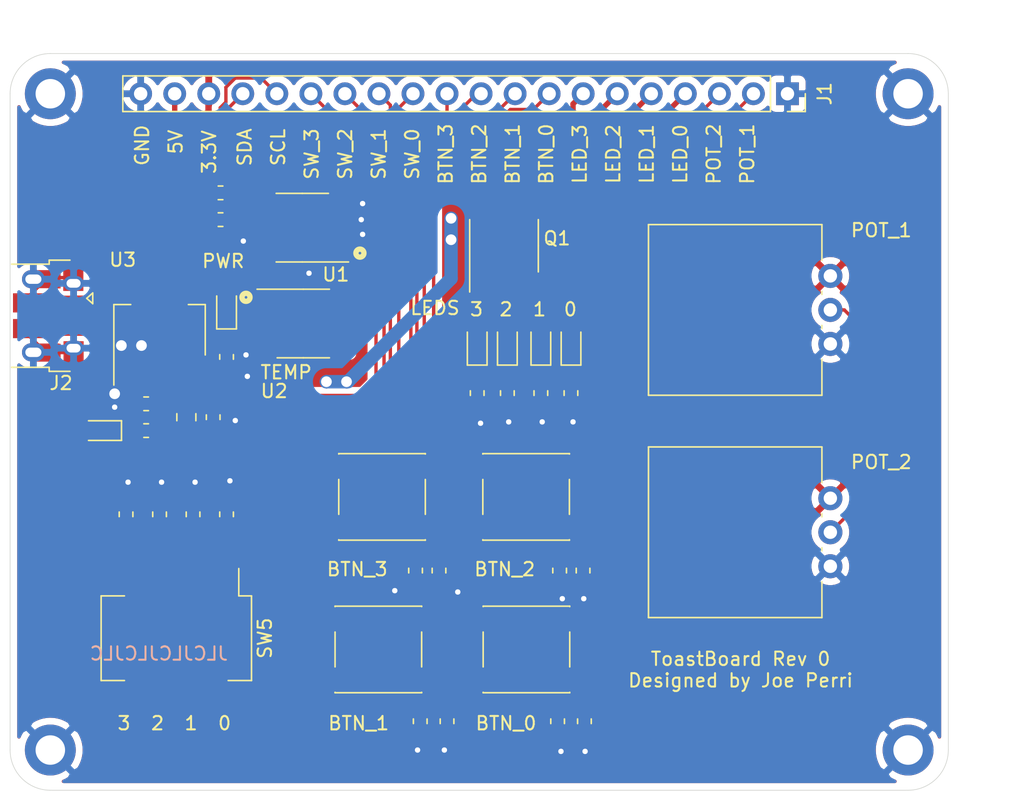
<source format=kicad_pcb>
(kicad_pcb (version 20171130) (host pcbnew 5.1.6-c6e7f7d~86~ubuntu18.04.1)
  (layers (0 F.Cu signal) (31 B.Cu signal) (34 B.Paste user) (35 F.Paste user) (36 B.SilkS user) (37 F.SilkS user) (38 B.Mask user) (39 F.Mask user) (44 Edge.Cuts user))
  (net 0 "")
  (net 1 GND)
  (net 2 +5V)
  (net 3 +3V3)
  (net 4 /BTN_0)
  (net 5 /BTN_1)
  (net 6 /BTN_2)
  (net 7 /BTN_3)
  (net 8 "Net-(D1-Pad1)")
  (net 9 "Net-(D1-Pad2)")
  (net 10 "Net-(D2-Pad1)")
  (net 11 "Net-(D2-Pad2)")
  (net 12 "Net-(D3-Pad1)")
  (net 13 "Net-(D3-Pad2)")
  (net 14 "Net-(D4-Pad1)")
  (net 15 /LED_1)
  (net 16 /LED_0)
  (net 17 "Net-(D5-Pad1)")
  (net 18 "Net-(D6-Pad1)")
  (net 19 "Net-(F1-Pad1)")
  (net 20 /SCL)
  (net 21 /SDA)
  (net 22 /LED_2)
  (net 23 /LED_3)
  (net 24 /SW_0)
  (net 25 /SW_1)
  (net 26 /SW_2)
  (net 27 /SW_3)
  (net 28 /POT_1)
  (net 29 /POT_2)
  (net 30 "Net-(J2-Pad2)")
  (net 31 "Net-(J2-Pad3)")
  (net 32 "Net-(J2-Pad4)")
  (net 33 "Net-(U2-Pad3)")
  (module Connector_PinSocket_2.54mm:PinSocket_1x20_P2.54mm_Vertical (layer F.Cu) (at 118 49 270)
    (fp_text reference J1 (at 0 -2.77 90) (layer F.SilkS))
    (fp_text value Conn_01x20_Female)
    (pad 1 thru_hole rect (at 0 0 270) (size 1.7 1.7) (drill 1) (layers *.Cu *.Mask) (net 1 GND))
    (pad 2 thru_hole oval (at 0 2.54 270) (size 1.7 1.7) (drill 1) (layers *.Cu *.Mask) (net 28 /POT_1))
    (pad 3 thru_hole oval (at 0 5.08 270) (size 1.7 1.7) (drill 1) (layers *.Cu *.Mask) (net 29 /POT_2))
    (pad 4 thru_hole oval (at 0 7.62 270) (size 1.7 1.7) (drill 1) (layers *.Cu *.Mask) (net 16 /LED_0))
    (pad 5 thru_hole oval (at 0 10.16 270) (size 1.7 1.7) (drill 1) (layers *.Cu *.Mask) (net 15 /LED_1))
    (pad 6 thru_hole oval (at 0 12.7 270) (size 1.7 1.7) (drill 1) (layers *.Cu *.Mask) (net 22 /LED_2))
    (pad 7 thru_hole oval (at 0 15.24 270) (size 1.7 1.7) (drill 1) (layers *.Cu *.Mask) (net 23 /LED_3))
    (pad 8 thru_hole oval (at 0 17.78 270) (size 1.7 1.7) (drill 1) (layers *.Cu *.Mask) (net 4 /BTN_0))
    (pad 9 thru_hole oval (at 0 20.32 270) (size 1.7 1.7) (drill 1) (layers *.Cu *.Mask) (net 5 /BTN_1))
    (pad 10 thru_hole oval (at 0 22.86 270) (size 1.7 1.7) (drill 1) (layers *.Cu *.Mask) (net 6 /BTN_2))
    (pad 11 thru_hole oval (at 0 25.4 270) (size 1.7 1.7) (drill 1) (layers *.Cu *.Mask) (net 7 /BTN_3))
    (pad 12 thru_hole oval (at 0 27.94 270) (size 1.7 1.7) (drill 1) (layers *.Cu *.Mask) (net 24 /SW_0))
    (pad 13 thru_hole oval (at 0 30.48 270) (size 1.7 1.7) (drill 1) (layers *.Cu *.Mask) (net 25 /SW_1))
    (pad 14 thru_hole oval (at 0 33.02 270) (size 1.7 1.7) (drill 1) (layers *.Cu *.Mask) (net 26 /SW_2))
    (pad 15 thru_hole oval (at 0 35.56 270) (size 1.7 1.7) (drill 1) (layers *.Cu *.Mask) (net 27 /SW_3))
    (pad 16 thru_hole oval (at 0 38.1 270) (size 1.7 1.7) (drill 1) (layers *.Cu *.Mask) (net 20 /SCL))
    (pad 17 thru_hole oval (at 0 40.64 270) (size 1.7 1.7) (drill 1) (layers *.Cu *.Mask) (net 21 /SDA))
    (pad 18 thru_hole oval (at 0 43.18 270) (size 1.7 1.7) (drill 1) (layers *.Cu *.Mask) (net 3 +3V3))
    (pad 19 thru_hole oval (at 0 45.72 270) (size 1.7 1.7) (drill 1) (layers *.Cu *.Mask) (net 2 +5V))
    (pad 20 thru_hole oval (at 0 48.26 270) (size 1.7 1.7) (drill 1) (layers *.Cu *.Mask) (net 1 GND))
  )
  (module Connector_USB:USB_Micro-B_Amphenol_10103594-0001LF_Horizontal (layer F.Cu) (at 62.85 65.6 270)
    (fp_text reference J2 (at 5 -0.95 180) (layer F.SilkS))
    (fp_text value USB_B_Micro)
    (pad 6 smd rect (at 0.935 1.385) (size 2.5 1.43) (layers F.Cu F.Paste F.Mask) (net 1 GND))
    (pad 6 smd rect (at -0.985 1.385) (size 2.5 1.43) (layers F.Cu F.Paste F.Mask) (net 1 GND))
    (pad 6 thru_hole oval (at 2.705 1.115) (size 1.7 1.35) (drill oval 1.2 0.7) (layers *.Cu *.Mask) (net 1 GND))
    (pad 6 thru_hole oval (at -2.755 1.115) (size 1.7 1.35) (drill oval 1.2 0.7) (layers *.Cu *.Mask) (net 1 GND))
    (pad 6 thru_hole oval (at 2.395 -1.885) (size 1.5 1.1) (drill oval 1.05 0.65) (layers *.Cu *.Mask) (net 1 GND))
    (pad 6 thru_hole oval (at -2.445 -1.885) (size 1.5 1.1) (drill oval 1.05 0.65) (layers *.Cu *.Mask) (net 1 GND))
    (pad 5 smd rect (at 1.275 -1.765) (size 1.65 0.4) (layers F.Cu F.Paste F.Mask) (net 1 GND))
    (pad 4 smd rect (at 0.625 -1.765) (size 1.65 0.4) (layers F.Cu F.Paste F.Mask) (net 32 "Net-(J2-Pad4)"))
    (pad 3 smd rect (at -0.025 -1.765) (size 1.65 0.4) (layers F.Cu F.Paste F.Mask) (net 31 "Net-(J2-Pad3)"))
    (pad 2 smd rect (at -0.675 -1.765) (size 1.65 0.4) (layers F.Cu F.Paste F.Mask) (net 30 "Net-(J2-Pad2)"))
    (pad 1 smd rect (at -1.325 -1.765) (size 1.65 0.4) (layers F.Cu F.Paste F.Mask) (net 11 "Net-(D2-Pad2)"))
    (pad 6 smd rect (at 2.875 -1.885 270) (size 2 1.5) (layers F.Cu F.Paste F.Mask) (net 1 GND))
    (pad 6 smd rect (at -2.875 -1.865 270) (size 2 1.5) (layers F.Cu F.Paste F.Mask) (net 1 GND))
    (pad 6 smd rect (at 2.975 -0.565 270) (size 1.825 0.7) (layers F.Cu F.Paste F.Mask) (net 1 GND))
    (pad 6 smd rect (at -2.975 -0.565 270) (size 1.825 0.7) (layers F.Cu F.Paste F.Mask) (net 1 GND))
    (pad 6 smd rect (at -2.755 0.185 270) (size 1.35 2) (layers F.Cu F.Paste F.Mask) (net 1 GND))
    (pad 6 smd rect (at 2.725 0.185 270) (size 1.35 2) (layers F.Cu F.Paste F.Mask) (net 1 GND))
  )
  (module Capacitor_SMD:C_0603_1608Metric_Pad1.05x0.95mm_HandSolder (layer F.Cu) (at 75.15 73.15 270)
    (fp_text reference C1)
    (fp_text value 10u)
    (pad 2 smd roundrect (at 0.875 0 270) (size 1.05 0.95) (layers F.Cu F.Paste F.Mask) (net 1 GND))
    (pad 1 smd roundrect (at -0.875 0 270) (size 1.05 0.95) (layers F.Cu F.Paste F.Mask) (net 2 +5V))
  )
  (module Capacitor_SMD:C_0603_1608Metric_Pad1.05x0.95mm_HandSolder (layer F.Cu) (at 70.15 72.15 180)
    (fp_text reference C2)
    (fp_text value 10u)
    (pad 1 smd roundrect (at -0.875 0 180) (size 1.05 0.95) (layers F.Cu F.Paste F.Mask) (net 3 +3V3))
    (pad 2 smd roundrect (at 0.875 0 180) (size 1.05 0.95) (layers F.Cu F.Paste F.Mask) (net 1 GND))
  )
  (module Capacitor_SMD:C_0603_1608Metric_Pad1.05x0.95mm_HandSolder (layer F.Cu) (at 102.85 95.85 270)
    (fp_text reference C3)
    (fp_text value 100n)
    (pad 2 smd roundrect (at 0.875 0 270) (size 1.05 0.95) (layers F.Cu F.Paste F.Mask) (net 1 GND))
    (pad 1 smd roundrect (at -0.875 0 270) (size 1.05 0.95) (layers F.Cu F.Paste F.Mask) (net 4 /BTN_0))
  )
  (module Capacitor_SMD:C_0603_1608Metric_Pad1.05x0.95mm_HandSolder (layer F.Cu) (at 92.6 95.85 270)
    (fp_text reference C4)
    (fp_text value 100n)
    (pad 1 smd roundrect (at -0.875 0 270) (size 1.05 0.95) (layers F.Cu F.Paste F.Mask) (net 5 /BTN_1))
    (pad 2 smd roundrect (at 0.875 0 270) (size 1.05 0.95) (layers F.Cu F.Paste F.Mask) (net 1 GND))
  )
  (module Capacitor_SMD:C_0603_1608Metric_Pad1.05x0.95mm_HandSolder (layer F.Cu) (at 102.75 84.6 270)
    (fp_text reference C5)
    (fp_text value 100n)
    (pad 1 smd roundrect (at -0.875 0 270) (size 1.05 0.95) (layers F.Cu F.Paste F.Mask) (net 6 /BTN_2))
    (pad 2 smd roundrect (at 0.875 0 270) (size 1.05 0.95) (layers F.Cu F.Paste F.Mask) (net 1 GND))
  )
  (module Capacitor_SMD:C_0603_1608Metric_Pad1.05x0.95mm_HandSolder (layer F.Cu) (at 92 84.6 270)
    (fp_text reference C6)
    (fp_text value 100n)
    (pad 2 smd roundrect (at 0.875 0 270) (size 1.05 0.95) (layers F.Cu F.Paste F.Mask) (net 1 GND))
    (pad 1 smd roundrect (at -0.875 0 270) (size 1.05 0.95) (layers F.Cu F.Paste F.Mask) (net 7 /BTN_3))
  )
  (module LED_SMD:LED_0603_1608Metric_Pad1.05x0.95mm_HandSolder (layer F.Cu) (at 94.85 67.6 90)
    (fp_text reference D1)
    (fp_text value LED)
    (pad 1 smd roundrect (at -0.875 0 90) (size 1.05 0.95) (layers F.Cu F.Paste F.Mask) (net 8 "Net-(D1-Pad1)"))
    (pad 2 smd roundrect (at 0.875 0 90) (size 1.05 0.95) (layers F.Cu F.Paste F.Mask) (net 9 "Net-(D1-Pad2)"))
  )
  (module Diode_SMD:D_0603_1608Metric_Pad1.05x0.95mm_HandSolder (layer F.Cu) (at 66.65 74.15 180)
    (fp_text reference D2)
    (fp_text value D_Schottky)
    (pad 1 smd roundrect (at -0.875 0 180) (size 1.05 0.95) (layers F.Cu F.Paste F.Mask) (net 10 "Net-(D2-Pad1)"))
    (pad 2 smd roundrect (at 0.875 0 180) (size 1.05 0.95) (layers F.Cu F.Paste F.Mask) (net 11 "Net-(D2-Pad2)"))
  )
  (module LED_SMD:LED_0603_1608Metric_Pad1.05x0.95mm_HandSolder (layer F.Cu) (at 97.1 67.6 90)
    (fp_text reference D3)
    (fp_text value LED)
    (pad 1 smd roundrect (at -0.875 0 90) (size 1.05 0.95) (layers F.Cu F.Paste F.Mask) (net 12 "Net-(D3-Pad1)"))
    (pad 2 smd roundrect (at 0.875 0 90) (size 1.05 0.95) (layers F.Cu F.Paste F.Mask) (net 13 "Net-(D3-Pad2)"))
  )
  (module LED_SMD:LED_0603_1608Metric_Pad1.05x0.95mm_HandSolder (layer F.Cu) (at 99.6 67.6 90)
    (fp_text reference D4)
    (fp_text value LED)
    (pad 1 smd roundrect (at -0.875 0 90) (size 1.05 0.95) (layers F.Cu F.Paste F.Mask) (net 14 "Net-(D4-Pad1)"))
    (pad 2 smd roundrect (at 0.875 0 90) (size 1.05 0.95) (layers F.Cu F.Paste F.Mask) (net 15 /LED_1))
  )
  (module LED_SMD:LED_0603_1608Metric_Pad1.05x0.95mm_HandSolder (layer F.Cu) (at 101.85 67.6 90)
    (fp_text reference D5)
    (fp_text value LED)
    (pad 2 smd roundrect (at 0.875 0 90) (size 1.05 0.95) (layers F.Cu F.Paste F.Mask) (net 16 /LED_0))
    (pad 1 smd roundrect (at -0.875 0 90) (size 1.05 0.95) (layers F.Cu F.Paste F.Mask) (net 17 "Net-(D5-Pad1)"))
  )
  (module LED_SMD:LED_0603_1608Metric_Pad1.05x0.95mm_HandSolder (layer F.Cu) (at 76.15 64.9 90)
    (fp_text reference D6)
    (fp_text value LED)
    (pad 2 smd roundrect (at 0.875 0 90) (size 1.05 0.95) (layers F.Cu F.Paste F.Mask) (net 3 +3V3))
    (pad 1 smd roundrect (at -0.875 0 90) (size 1.05 0.95) (layers F.Cu F.Paste F.Mask) (net 18 "Net-(D6-Pad1)"))
  )
  (module Fuse:Fuse_0603_1608Metric_Pad1.05x0.95mm_HandSolder (layer F.Cu) (at 70.15 74.15 180)
    (fp_text reference F1)
    (fp_text value 1A)
    (pad 1 smd roundrect (at -0.875 0 180) (size 1.05 0.95) (layers F.Cu F.Paste F.Mask) (net 19 "Net-(F1-Pad1)"))
    (pad 2 smd roundrect (at 0.875 0 180) (size 1.05 0.95) (layers F.Cu F.Paste F.Mask) (net 10 "Net-(D2-Pad1)"))
  )
  (module Inductor_SMD:L_0805_2012Metric_Pad1.15x1.40mm_HandSolder (layer F.Cu) (at 73.15 73.15 270)
    (fp_text reference FB1)
    (fp_text value Ferrite_Bead)
    (pad 1 smd roundrect (at -1.025 0 270) (size 1.15 1.4) (layers F.Cu F.Paste F.Mask) (roundrect_rratio 0.217391) (net 2 +5V))
    (pad 2 smd roundrect (at 1.025 0 270) (size 1.15 1.4) (layers F.Cu F.Paste F.Mask) (roundrect_rratio 0.217391) (net 19 "Net-(F1-Pad1)"))
  )
  (module MountingHole:MountingHole_2.2mm_M2_DIN965_Pad (layer F.Cu) (at 63 49)
    (fp_text reference H1)
    (fp_text value Pad)
    (pad 1 thru_hole circle (at 0 0) (size 3.8 3.8) (drill 2.2) (layers *.Cu *.Mask) (net 1 GND))
  )
  (module MountingHole:MountingHole_2.2mm_M2_DIN965_Pad (layer F.Cu) (at 127 98)
    (fp_text reference H2)
    (fp_text value Pad)
    (pad 1 thru_hole circle (at 0 0) (size 3.8 3.8) (drill 2.2) (layers *.Cu *.Mask) (net 1 GND))
  )
  (module MountingHole:MountingHole_2.2mm_M2_DIN965_Pad (layer F.Cu) (at 127 49)
    (fp_text reference H3)
    (fp_text value Pad)
    (pad 1 thru_hole circle (at 0 0) (size 3.8 3.8) (drill 2.2) (layers *.Cu *.Mask) (net 1 GND))
  )
  (module MountingHole:MountingHole_2.2mm_M2_DIN965_Pad (layer F.Cu) (at 63 98)
    (fp_text reference H4)
    (fp_text value Pad)
    (pad 1 thru_hole circle (at 0 0) (size 3.8 3.8) (drill 2.2) (layers *.Cu *.Mask) (net 1 GND))
  )
  (module Package_SO:SOIC-8_3.9x4.9mm_P1.27mm (layer F.Cu) (at 96.85 60.35 90)
    (fp_text reference Q1 (at 0.55 3.95 180) (layer F.SilkS))
    (fp_text value FDS6892A)
    (pad 1 smd roundrect (at -2.475 -1.905 90) (size 1.95 0.6) (layers F.Cu F.Paste F.Mask) (net 9 "Net-(D1-Pad2)"))
    (pad 2 smd roundrect (at -2.475 -0.635 90) (size 1.95 0.6) (layers F.Cu F.Paste F.Mask) (net 23 /LED_3))
    (pad 3 smd roundrect (at -2.475 0.635 90) (size 1.95 0.6) (layers F.Cu F.Paste F.Mask) (net 13 "Net-(D3-Pad2)"))
    (pad 4 smd roundrect (at -2.475 1.905 90) (size 1.95 0.6) (layers F.Cu F.Paste F.Mask) (net 22 /LED_2))
    (pad 5 smd roundrect (at 2.475 1.905 90) (size 1.95 0.6) (layers F.Cu F.Paste F.Mask) (net 3 +3V3))
    (pad 6 smd roundrect (at 2.475 0.635 90) (size 1.95 0.6) (layers F.Cu F.Paste F.Mask) (net 3 +3V3))
    (pad 7 smd roundrect (at 2.475 -0.635 90) (size 1.95 0.6) (layers F.Cu F.Paste F.Mask) (net 3 +3V3))
    (pad 8 smd roundrect (at 2.475 -1.905 90) (size 1.95 0.6) (layers F.Cu F.Paste F.Mask) (net 3 +3V3))
  )
  (module Resistor_SMD:R_0603_1608Metric_Pad1.05x0.95mm_HandSolder (layer F.Cu) (at 94.85 71.35 270)
    (fp_text reference R1)
    (fp_text value 220)
    (pad 1 smd roundrect (at -0.875 0 270) (size 1.05 0.95) (layers F.Cu F.Paste F.Mask) (net 8 "Net-(D1-Pad1)"))
    (pad 2 smd roundrect (at 0.875 0 270) (size 1.05 0.95) (layers F.Cu F.Paste F.Mask) (net 1 GND))
  )
  (module Resistor_SMD:R_0603_1608Metric_Pad1.05x0.95mm_HandSolder (layer F.Cu) (at 97.1 71.35 270)
    (fp_text reference R2)
    (fp_text value 220)
    (pad 1 smd roundrect (at -0.875 0 270) (size 1.05 0.95) (layers F.Cu F.Paste F.Mask) (net 12 "Net-(D3-Pad1)"))
    (pad 2 smd roundrect (at 0.875 0 270) (size 1.05 0.95) (layers F.Cu F.Paste F.Mask) (net 1 GND))
  )
  (module Resistor_SMD:R_0603_1608Metric_Pad1.05x0.95mm_HandSolder (layer F.Cu) (at 99.6 71.35 270)
    (fp_text reference R3)
    (fp_text value 220)
    (pad 1 smd roundrect (at -0.875 0 270) (size 1.05 0.95) (layers F.Cu F.Paste F.Mask) (net 14 "Net-(D4-Pad1)"))
    (pad 2 smd roundrect (at 0.875 0 270) (size 1.05 0.95) (layers F.Cu F.Paste F.Mask) (net 1 GND))
  )
  (module Resistor_SMD:R_0603_1608Metric_Pad1.05x0.95mm_HandSolder (layer F.Cu) (at 101.844999 71.35 270)
    (fp_text reference R4)
    (fp_text value 220)
    (pad 2 smd roundrect (at 0.875 0 270) (size 1.05 0.95) (layers F.Cu F.Paste F.Mask) (net 1 GND))
    (pad 1 smd roundrect (at -0.875 0 270) (size 1.05 0.95) (layers F.Cu F.Paste F.Mask) (net 17 "Net-(D5-Pad1)"))
  )
  (module Resistor_SMD:R_0603_1608Metric_Pad1.05x0.95mm_HandSolder (layer F.Cu) (at 75.7 58.4)
    (fp_text reference R5)
    (fp_text value 10k)
    (pad 1 smd roundrect (at -0.875 0) (size 1.05 0.95) (layers F.Cu F.Paste F.Mask) (net 3 +3V3))
    (pad 2 smd roundrect (at 0.875 0) (size 1.05 0.95) (layers F.Cu F.Paste F.Mask) (net 20 /SCL))
  )
  (module Resistor_SMD:R_0603_1608Metric_Pad1.05x0.95mm_HandSolder (layer F.Cu) (at 75.7 56.4)
    (fp_text reference R6)
    (fp_text value 10k)
    (pad 2 smd roundrect (at 0.875 0) (size 1.05 0.95) (layers F.Cu F.Paste F.Mask) (net 21 /SDA))
    (pad 1 smd roundrect (at -0.875 0) (size 1.05 0.95) (layers F.Cu F.Paste F.Mask) (net 3 +3V3))
  )
  (module Resistor_SMD:R_0603_1608Metric_Pad1.05x0.95mm_HandSolder (layer F.Cu) (at 76.15 68.65 270)
    (fp_text reference R7)
    (fp_text value 220)
    (pad 1 smd roundrect (at -0.875 0 270) (size 1.05 0.95) (layers F.Cu F.Paste F.Mask) (net 18 "Net-(D6-Pad1)"))
    (pad 2 smd roundrect (at 0.875 0 270) (size 1.05 0.95) (layers F.Cu F.Paste F.Mask) (net 1 GND))
  )
  (module Resistor_SMD:R_0603_1608Metric_Pad1.05x0.95mm_HandSolder (layer F.Cu) (at 100.85 95.85 270)
    (fp_text reference R8)
    (fp_text value 10k)
    (pad 2 smd roundrect (at 0.875 0 270) (size 1.05 0.95) (layers F.Cu F.Paste F.Mask) (net 1 GND))
    (pad 1 smd roundrect (at -0.875 0 270) (size 1.05 0.95) (layers F.Cu F.Paste F.Mask) (net 4 /BTN_0))
  )
  (module Resistor_SMD:R_0603_1608Metric_Pad1.05x0.95mm_HandSolder (layer F.Cu) (at 90.6 95.85 270)
    (fp_text reference R9)
    (fp_text value 10k)
    (pad 1 smd roundrect (at -0.875 0 270) (size 1.05 0.95) (layers F.Cu F.Paste F.Mask) (net 5 /BTN_1))
    (pad 2 smd roundrect (at 0.875 0 270) (size 1.05 0.95) (layers F.Cu F.Paste F.Mask) (net 1 GND))
  )
  (module Resistor_SMD:R_0603_1608Metric_Pad1.05x0.95mm_HandSolder (layer F.Cu) (at 101 84.6 270)
    (fp_text reference R10)
    (fp_text value 10k)
    (pad 2 smd roundrect (at 0.875 0 270) (size 1.05 0.95) (layers F.Cu F.Paste F.Mask) (net 1 GND))
    (pad 1 smd roundrect (at -0.875 0 270) (size 1.05 0.95) (layers F.Cu F.Paste F.Mask) (net 6 /BTN_2))
  )
  (module Resistor_SMD:R_0603_1608Metric_Pad1.05x0.95mm_HandSolder (layer F.Cu) (at 76.15 80.4 90)
    (fp_text reference R11)
    (fp_text value 10K)
    (pad 2 smd roundrect (at 0.875 0 90) (size 1.05 0.95) (layers F.Cu F.Paste F.Mask) (net 1 GND))
    (pad 1 smd roundrect (at -0.875 0 90) (size 1.05 0.95) (layers F.Cu F.Paste F.Mask) (net 24 /SW_0))
  )
  (module Resistor_SMD:R_0603_1608Metric_Pad1.05x0.95mm_HandSolder (layer F.Cu) (at 73.65 80.4 90)
    (fp_text reference R12)
    (fp_text value 10K)
    (pad 2 smd roundrect (at 0.875 0 90) (size 1.05 0.95) (layers F.Cu F.Paste F.Mask) (net 1 GND))
    (pad 1 smd roundrect (at -0.875 0 90) (size 1.05 0.95) (layers F.Cu F.Paste F.Mask) (net 25 /SW_1))
  )
  (module Resistor_SMD:R_0603_1608Metric_Pad1.05x0.95mm_HandSolder (layer F.Cu) (at 71.15 80.4 90)
    (fp_text reference R13)
    (fp_text value 10K)
    (pad 1 smd roundrect (at -0.875 0 90) (size 1.05 0.95) (layers F.Cu F.Paste F.Mask) (net 26 /SW_2))
    (pad 2 smd roundrect (at 0.875 0 90) (size 1.05 0.95) (layers F.Cu F.Paste F.Mask) (net 1 GND))
  )
  (module Resistor_SMD:R_0603_1608Metric_Pad1.05x0.95mm_HandSolder (layer F.Cu) (at 90.25 84.6 270)
    (fp_text reference R14)
    (fp_text value 10k)
    (pad 1 smd roundrect (at -0.875 0 270) (size 1.05 0.95) (layers F.Cu F.Paste F.Mask) (net 7 /BTN_3))
    (pad 2 smd roundrect (at 0.875 0 270) (size 1.05 0.95) (layers F.Cu F.Paste F.Mask) (net 1 GND))
  )
  (module Resistor_SMD:R_0603_1608Metric_Pad1.05x0.95mm_HandSolder (layer F.Cu) (at 68.65 80.4 90)
    (fp_text reference R15)
    (fp_text value 10K)
    (pad 2 smd roundrect (at 0.875 0 90) (size 1.05 0.95) (layers F.Cu F.Paste F.Mask) (net 1 GND))
    (pad 1 smd roundrect (at -0.875 0 90) (size 1.05 0.95) (layers F.Cu F.Paste F.Mask) (net 27 /SW_3))
  )
  (module Potentiometer_THT:Potentiometer_Vishay_248GJ-249GJ_Single_Vertical (layer F.Cu) (at 121.2 62.6 180)
    (fp_text reference RV1)
    (fp_text value R_POT)
    (pad 1 thru_hole circle (at 0 0 180) (size 1.8 1.8) (drill 1) (layers *.Cu *.Mask) (net 3 +3V3))
    (pad 2 thru_hole circle (at 0 -2.54 180) (size 1.8 1.8) (drill 1) (layers *.Cu *.Mask) (net 28 /POT_1))
    (pad 3 thru_hole circle (at 0 -5.08 180) (size 1.8 1.8) (drill 1) (layers *.Cu *.Mask) (net 1 GND))
  )
  (module Potentiometer_THT:Potentiometer_Vishay_248GJ-249GJ_Single_Vertical (layer F.Cu) (at 121.2 79.2 180)
    (fp_text reference RV2)
    (fp_text value R_POT)
    (pad 3 thru_hole circle (at 0 -5.08 180) (size 1.8 1.8) (drill 1) (layers *.Cu *.Mask) (net 1 GND))
    (pad 2 thru_hole circle (at 0 -2.54 180) (size 1.8 1.8) (drill 1) (layers *.Cu *.Mask) (net 29 /POT_2))
    (pad 1 thru_hole circle (at 0 0 180) (size 1.8 1.8) (drill 1) (layers *.Cu *.Mask) (net 3 +3V3))
  )
  (module Button_Switch_SMD:SW_Push_1P1T_NO_6x6mm_H9.5mm (layer F.Cu) (at 98.525001 90.490001)
    (fp_text reference BTN_0 (at -1.525001 5.509999) (layer F.SilkS))
    (fp_text value SW_Push)
    (pad 2 smd rect (at -3.975 2.25) (size 1.55 1.3) (layers F.Cu F.Paste F.Mask) (net 4 /BTN_0))
    (pad 1 smd rect (at -3.975 -2.25) (size 1.55 1.3) (layers F.Cu F.Paste F.Mask) (net 3 +3V3))
    (pad 1 smd rect (at 3.975 -2.25) (size 1.55 1.3) (layers F.Cu F.Paste F.Mask) (net 3 +3V3))
    (pad 2 smd rect (at 3.975 2.25) (size 1.55 1.3) (layers F.Cu F.Paste F.Mask) (net 4 /BTN_0))
  )
  (module Button_Switch_SMD:SW_Push_1P1T_NO_6x6mm_H9.5mm (layer F.Cu) (at 87.475001 90.490001)
    (fp_text reference BTN_1 (at -1.475001 5.509999) (layer F.SilkS))
    (fp_text value SW_Push)
    (pad 2 smd rect (at 3.975 2.25) (size 1.55 1.3) (layers F.Cu F.Paste F.Mask) (net 5 /BTN_1))
    (pad 1 smd rect (at 3.975 -2.25) (size 1.55 1.3) (layers F.Cu F.Paste F.Mask) (net 3 +3V3))
    (pad 1 smd rect (at -3.975 -2.25) (size 1.55 1.3) (layers F.Cu F.Paste F.Mask) (net 3 +3V3))
    (pad 2 smd rect (at -3.975 2.25) (size 1.55 1.3) (layers F.Cu F.Paste F.Mask) (net 5 /BTN_1))
  )
  (module Button_Switch_SMD:SW_Push_1P1T_NO_6x6mm_H9.5mm (layer F.Cu) (at 98.5 79.1)
    (fp_text reference BTN_2 (at -1.6 5.4) (layer F.SilkS))
    (fp_text value SW_Push)
    (pad 2 smd rect (at -3.975 2.25) (size 1.55 1.3) (layers F.Cu F.Paste F.Mask) (net 6 /BTN_2))
    (pad 1 smd rect (at -3.975 -2.25) (size 1.55 1.3) (layers F.Cu F.Paste F.Mask) (net 3 +3V3))
    (pad 1 smd rect (at 3.975 -2.25) (size 1.55 1.3) (layers F.Cu F.Paste F.Mask) (net 3 +3V3))
    (pad 2 smd rect (at 3.975 2.25) (size 1.55 1.3) (layers F.Cu F.Paste F.Mask) (net 6 /BTN_2))
  )
  (module Button_Switch_SMD:SW_Push_1P1T_NO_6x6mm_H9.5mm (layer F.Cu) (at 87.75 79.1)
    (fp_text reference BTN_3 (at -1.85 5.4) (layer F.SilkS))
    (fp_text value SW_Push)
    (pad 2 smd rect (at 3.975 2.25) (size 1.55 1.3) (layers F.Cu F.Paste F.Mask) (net 7 /BTN_3))
    (pad 1 smd rect (at 3.975 -2.25) (size 1.55 1.3) (layers F.Cu F.Paste F.Mask) (net 3 +3V3))
    (pad 1 smd rect (at -3.975 -2.25) (size 1.55 1.3) (layers F.Cu F.Paste F.Mask) (net 3 +3V3))
    (pad 2 smd rect (at -3.975 2.25) (size 1.55 1.3) (layers F.Cu F.Paste F.Mask) (net 7 /BTN_3))
  )
  (module Button_Switch_SMD:SW_DIP_SPSTx04_Slide_Omron_A6S-410x_W8.9mm_P2.54mm (layer F.Cu) (at 72.4 89.65 270)
    (fp_text reference SW5 (at 0 -6.61 90) (layer F.SilkS))
    (fp_text value SW_DIP_x04)
    (pad 1 smd rect (at -4.45 -3.81 270) (size 1.5 1.1) (layers F.Cu F.Paste F.Mask) (net 24 /SW_0))
    (pad 5 smd rect (at 4.45 3.81 270) (size 1.5 1.1) (layers F.Cu F.Paste F.Mask) (net 3 +3V3))
    (pad 2 smd rect (at -4.45 -1.27 270) (size 1.5 1.1) (layers F.Cu F.Paste F.Mask) (net 25 /SW_1))
    (pad 6 smd rect (at 4.45 1.27 270) (size 1.5 1.1) (layers F.Cu F.Paste F.Mask) (net 3 +3V3))
    (pad 3 smd rect (at -4.45 1.27 270) (size 1.5 1.1) (layers F.Cu F.Paste F.Mask) (net 26 /SW_2))
    (pad 7 smd rect (at 4.45 -1.27 270) (size 1.5 1.1) (layers F.Cu F.Paste F.Mask) (net 3 +3V3))
    (pad 4 smd rect (at -4.45 3.81 270) (size 1.5 1.1) (layers F.Cu F.Paste F.Mask) (net 27 /SW_3))
    (pad 8 smd rect (at 4.45 -3.81 270) (size 1.5 1.1) (layers F.Cu F.Paste F.Mask) (net 3 +3V3))
  )
  (module Package_SO:SO-8_3.9x4.9mm_P1.27mm (layer F.Cu) (at 81.8 59 180)
    (fp_text reference U1 (at -2.5 -3.5) (layer F.SilkS))
    (fp_text value 24LC01)
    (pad 8 smd roundrect (at 2.575 -1.905 180) (size 1.75 0.6) (layers F.Cu F.Paste F.Mask) (net 3 +3V3))
    (pad 7 smd roundrect (at 2.575 -0.635 180) (size 1.75 0.6) (layers F.Cu F.Paste F.Mask) (net 1 GND))
    (pad 6 smd roundrect (at 2.575 0.635 180) (size 1.75 0.6) (layers F.Cu F.Paste F.Mask) (net 20 /SCL))
    (pad 5 smd roundrect (at 2.575 1.905 180) (size 1.75 0.6) (layers F.Cu F.Paste F.Mask) (net 21 /SDA))
    (pad 4 smd roundrect (at -2.575 1.905 180) (size 1.75 0.6) (layers F.Cu F.Paste F.Mask) (net 1 GND))
    (pad 3 smd roundrect (at -2.575 0.635 180) (size 1.75 0.6) (layers F.Cu F.Paste F.Mask) (net 1 GND))
    (pad 2 smd roundrect (at -2.575 -0.635 180) (size 1.75 0.6) (layers F.Cu F.Paste F.Mask) (net 1 GND))
    (pad 1 smd roundrect (at -2.575 -1.905 180) (size 1.75 0.6) (layers F.Cu F.Paste F.Mask) (net 1 GND))
  )
  (module Package_SO:SO-8_3.9x4.9mm_P1.27mm (layer F.Cu) (at 81.875 66.155)
    (fp_text reference U2 (at -2.175 5.045) (layer F.SilkS))
    (fp_text value PCT2075D)
    (pad 1 smd roundrect (at -2.575 -1.905) (size 1.75 0.6) (layers F.Cu F.Paste F.Mask) (net 21 /SDA))
    (pad 2 smd roundrect (at -2.575 -0.635) (size 1.75 0.6) (layers F.Cu F.Paste F.Mask) (net 20 /SCL))
    (pad 3 smd roundrect (at -2.575 0.635) (size 1.75 0.6) (layers F.Cu F.Paste F.Mask) (net 33 "Net-(U2-Pad3)"))
    (pad 4 smd roundrect (at -2.575 1.905) (size 1.75 0.6) (layers F.Cu F.Paste F.Mask) (net 1 GND))
    (pad 5 smd roundrect (at 2.575 1.905) (size 1.75 0.6) (layers F.Cu F.Paste F.Mask) (net 3 +3V3))
    (pad 6 smd roundrect (at 2.575 0.635) (size 1.75 0.6) (layers F.Cu F.Paste F.Mask) (net 3 +3V3))
    (pad 7 smd roundrect (at 2.575 -0.635) (size 1.75 0.6) (layers F.Cu F.Paste F.Mask) (net 3 +3V3))
    (pad 8 smd roundrect (at 2.575 -1.905) (size 1.75 0.6) (layers F.Cu F.Paste F.Mask) (net 3 +3V3))
  )
  (module Package_TO_SOT_SMD:SOT-223-3_TabPin2 (layer F.Cu) (at 71.15 66.65 90)
    (fp_text reference U3 (at 5.25 -2.75 180) (layer F.SilkS))
    (fp_text value AMS1117-3.3)
    (pad 2 smd rect (at 3.15 0 90) (size 2 3.8) (layers F.Cu F.Paste F.Mask) (net 3 +3V3))
    (pad 2 smd rect (at -3.15 0 90) (size 2 1.5) (layers F.Cu F.Paste F.Mask) (net 3 +3V3))
    (pad 3 smd rect (at -3.15 2.3 90) (size 2 1.5) (layers F.Cu F.Paste F.Mask) (net 2 +5V))
    (pad 1 smd rect (at -3.15 -2.3 90) (size 2 1.5) (layers F.Cu F.Paste F.Mask) (net 1 GND))
  )
  (gr_text "JLCJLCJLCJLC\n" (at 71.1 90.8) (layer B.SilkS) (effects (font (size 1 1)) (justify mirror)))
  (gr_circle (center 86.1 60.9) (end 86.2 60.9) (layer F.SilkS) (width 0.4))
  (gr_circle (center 77.6 64.2) (end 77.7 64.2) (layer F.SilkS) (width 0.4))
  (gr_text "POT_1\n\n" (at 125 60) (layer F.SilkS) (effects (font (size 1 1))))
  (gr_text "ToastBoard Rev 0\nDesigned by Joe Perri" (at 114.5 92) (layer F.SilkS) (effects (font (size 1 1))))
  (gr_arc (start 63 49) (end 63 46) (angle -90) (layer Edge.Cuts) (width 0.05))
  (gr_arc (start 63 98) (end 60 98) (angle -90) (layer Edge.Cuts) (width 0.05))
  (gr_arc (start 127 98) (end 127 101) (angle -90) (layer Edge.Cuts) (width 0.05))
  (gr_arc (start 127 49) (end 130 49) (angle -90) (layer Edge.Cuts) (width 0.05))
  (gr_text 2 (at 71 96) (layer F.SilkS) (effects (font (size 1 1))))
  (gr_text 3 (at 68.5 96) (layer F.SilkS) (effects (font (size 1 1))))
  (gr_text 1 (at 73.5 96) (layer F.SilkS) (effects (font (size 1 1))))
  (gr_text "0\n" (at 76 96) (layer F.SilkS) (effects (font (size 1 1))))
  (gr_text TEMP (at 80.6 69.8) (layer F.SilkS) (effects (font (size 1 1))))
  (gr_text "POT_2\n" (at 125 76.5) (layer F.SilkS) (effects (font (size 1 1))))
  (gr_text LEDS (at 91.7 65) (layer F.SilkS) (effects (font (size 1 1))))
  (gr_text 3 (at 94.8 65.1) (layer F.SilkS) (effects (font (size 1 1))))
  (gr_text 2 (at 97 65.1) (layer F.SilkS) (effects (font (size 1 1))))
  (gr_text 1 (at 99.5 65.1) (layer F.SilkS) (effects (font (size 1 1))))
  (gr_text "0\n" (at 101.8 65.1) (layer F.SilkS) (effects (font (size 1 1))))
  (gr_text POT_1 (at 115 53.5 90) (layer F.SilkS) (effects (font (size 1 1))))
  (gr_text POT_2 (at 112.5 53.5 90) (layer F.SilkS) (effects (font (size 1 1))))
  (gr_text LED_0 (at 110 53.5 90) (layer F.SilkS) (effects (font (size 1 1))))
  (gr_text LED_1 (at 107.5 53.5 90) (layer F.SilkS) (effects (font (size 1 1))))
  (gr_text "LED_2\n" (at 105 53.5 90) (layer F.SilkS) (effects (font (size 1 1))))
  (gr_text "LED_3\n" (at 102.5 53.5 90) (layer F.SilkS) (effects (font (size 1 1))))
  (gr_text "BTN_0\n" (at 100 53.5 90) (layer F.SilkS) (effects (font (size 1 1))))
  (gr_text "BTN_1\n" (at 97.5 53.5 90) (layer F.SilkS) (effects (font (size 1 1))))
  (gr_text "BTN_2\n" (at 95 53.5 90) (layer F.SilkS) (effects (font (size 1 1))))
  (gr_text "BTN_3\n" (at 92.5 53.5 90) (layer F.SilkS) (effects (font (size 1 1))))
  (gr_text "SW_0\n" (at 90 53.5 90) (layer F.SilkS) (effects (font (size 1 1))))
  (gr_text "SW_1\n" (at 87.5 53.5 90) (layer F.SilkS) (effects (font (size 1 1))))
  (gr_text "SW_2\n" (at 85 53.5 90) (layer F.SilkS) (effects (font (size 1 1))))
  (gr_text "SW_3\n" (at 82.5 53.5 90) (layer F.SilkS) (effects (font (size 1 1))))
  (gr_text "SCL\n" (at 80 53 90) (layer F.SilkS) (effects (font (size 1 1))))
  (gr_text "SDA\n" (at 77.5 53 90) (layer F.SilkS) (effects (font (size 1 1))))
  (gr_line (start 60 98) (end 60 69.4) (layer Edge.Cuts) (width 0.05))
  (gr_line (start 127 101) (end 63 101) (layer Edge.Cuts) (width 0.05))
  (gr_line (start 130 49) (end 130 98) (layer Edge.Cuts) (width 0.05))
  (gr_line (start 63 46) (end 127 46) (layer Edge.Cuts) (width 0.05))
  (gr_line (start 60 69.4) (end 60 49) (layer Edge.Cuts) (width 0.05))
  (gr_text 3.3V (at 74.85 53.35 90) (layer F.SilkS) (effects (font (size 1 1))))
  (gr_text "5V\n" (at 72.35 52.6 90) (layer F.SilkS) (effects (font (size 1 1))))
  (gr_text "GND\n" (at 69.85 52.85 90) (layer F.SilkS) (effects (font (size 1 1))))
  (gr_text "PWR\n\n" (at 75.9 62.3) (layer F.SilkS) (effects (font (size 1 1))))
  (via (at 77.4 60) (size 0.8) (drill 0.4) (layers F.Cu B.Cu) (net 1))
  (segment (start 79.225 59.635) (end 77.765 59.635) (width 0.25) (layer F.Cu) (net 1))
  (segment (start 77.765 59.635) (end 77.4 60) (width 0.25) (layer F.Cu) (net 1))
  (via (at 76.4 77.9) (size 0.8) (drill 0.4) (layers F.Cu B.Cu) (net 1))
  (segment (start 76.15 79.525) (end 76.15 78.15) (width 0.25) (layer F.Cu) (net 1))
  (segment (start 76.15 78.15) (end 76.4 77.9) (width 0.25) (layer F.Cu) (net 1))
  (via (at 73.8 78) (size 0.8) (drill 0.4) (layers F.Cu B.Cu) (net 1))
  (segment (start 73.65 79.525) (end 73.65 78.15) (width 0.25) (layer F.Cu) (net 1))
  (segment (start 73.65 78.15) (end 73.8 78) (width 0.25) (layer F.Cu) (net 1))
  (via (at 71.3 78) (size 0.8) (drill 0.4) (layers F.Cu B.Cu) (net 1))
  (segment (start 71.15 79.525) (end 71.15 78.15) (width 0.25) (layer F.Cu) (net 1))
  (segment (start 71.15 78.15) (end 71.3 78) (width 0.25) (layer F.Cu) (net 1))
  (via (at 68.8 78) (size 0.8) (drill 0.4) (layers F.Cu B.Cu) (net 1))
  (segment (start 68.65 79.525) (end 68.65 78.15) (width 0.25) (layer F.Cu) (net 1))
  (segment (start 68.65 78.15) (end 68.8 78) (width 0.25) (layer F.Cu) (net 1))
  (via (at 76.8 73.4) (size 0.8) (drill 0.4) (layers F.Cu B.Cu) (net 1))
  (segment (start 75.15 74.025) (end 76.175 74.025) (width 0.25) (layer F.Cu) (net 1))
  (segment (start 76.175 74.025) (end 76.8 73.4) (width 0.25) (layer F.Cu) (net 1))
  (segment (start 76.15 69.525) (end 77.225 69.525) (width 0.25) (layer F.Cu) (net 1))
  (segment (start 77.225 69.525) (end 77.7 70) (width 0.25) (layer F.Cu) (net 1))
  (via (at 77.7 70.1) (size 0.8) (drill 0.4) (layers F.Cu B.Cu) (net 1))
  (segment (start 77.7 70) (end 77.7 70.1) (width 0.25) (layer F.Cu) (net 1))
  (via (at 77.6 68.5) (size 0.8) (drill 0.4) (layers F.Cu B.Cu) (net 1))
  (segment (start 79.3 68.06) (end 78.04 68.06) (width 0.25) (layer F.Cu) (net 1))
  (segment (start 78.04 68.06) (end 77.6 68.5) (width 0.25) (layer F.Cu) (net 1))
  (segment (start 68.85 69.8) (end 68.85 70.45) (width 0.25) (layer F.Cu) (net 1))
  (via (at 67.8 72.4) (size 0.8) (drill 0.4) (layers F.Cu B.Cu) (net 1))
  (segment (start 69.275 72.15) (end 68.15 72.15) (width 0.25) (layer F.Cu) (net 1))
  (segment (start 68.15 72.15) (end 67.9 72.4) (width 0.25) (layer F.Cu) (net 1))
  (segment (start 61.805 66.875) (end 61.465 66.535) (width 0.25) (layer F.Cu) (net 1))
  (segment (start 64.615 66.875) (end 61.805 66.875) (width 0.25) (layer F.Cu) (net 1))
  (segment (start 61.465 64.045) (end 62.665 62.845) (width 0.25) (layer F.Cu) (net 1))
  (segment (start 61.465 64.615) (end 61.465 64.045) (width 0.25) (layer F.Cu) (net 1))
  (segment (start 62.785 62.725) (end 62.665 62.845) (width 0.25) (layer F.Cu) (net 1))
  (segment (start 64.715 62.725) (end 62.785 62.725) (width 0.25) (layer F.Cu) (net 1))
  (segment (start 61.465 67.125) (end 62.665 68.325) (width 0.25) (layer F.Cu) (net 1))
  (segment (start 61.465 66.535) (end 61.465 67.125) (width 0.25) (layer F.Cu) (net 1))
  (segment (start 64.585 68.325) (end 64.735 68.475) (width 0.25) (layer F.Cu) (net 1))
  (segment (start 62.665 68.325) (end 64.585 68.325) (width 0.25) (layer F.Cu) (net 1))
  (segment (start 84.375 57.095) (end 84.375 58.365) (width 0.25) (layer F.Cu) (net 1))
  (segment (start 84.375 58.365) (end 84.375 59.635) (width 0.25) (layer F.Cu) (net 1))
  (segment (start 84.375 59.635) (end 84.375 60.905) (width 0.25) (layer F.Cu) (net 1))
  (via (at 86.3 57.2) (size 0.8) (drill 0.4) (layers F.Cu B.Cu) (net 1))
  (segment (start 84.375 57.095) (end 86.195 57.095) (width 0.25) (layer F.Cu) (net 1))
  (segment (start 86.195 57.095) (end 86.3 57.2) (width 0.25) (layer F.Cu) (net 1))
  (via (at 95.1 73.6) (size 0.8) (drill 0.4) (layers F.Cu B.Cu) (net 1))
  (segment (start 94.85 72.225) (end 94.85 73.35) (width 0.25) (layer F.Cu) (net 1))
  (segment (start 94.85 73.35) (end 95.1 73.6) (width 0.25) (layer F.Cu) (net 1))
  (via (at 97.2 73.5) (size 0.8) (drill 0.4) (layers F.Cu B.Cu) (net 1))
  (segment (start 97.1 72.225) (end 97.1 73.4) (width 0.25) (layer F.Cu) (net 1))
  (segment (start 97.1 73.4) (end 97.2 73.5) (width 0.25) (layer F.Cu) (net 1))
  (segment (start 99.6 72.225) (end 99.6 73.4) (width 0.25) (layer F.Cu) (net 1))
  (via (at 99.7 73.5) (size 0.8) (drill 0.4) (layers F.Cu B.Cu) (net 1))
  (segment (start 99.6 73.4) (end 99.7 73.5) (width 0.25) (layer F.Cu) (net 1))
  (via (at 102 73.5) (size 0.8) (drill 0.4) (layers F.Cu B.Cu) (net 1))
  (segment (start 101.844999 72.225) (end 101.844999 73.344999) (width 0.25) (layer F.Cu) (net 1))
  (segment (start 101.844999 73.344999) (end 102 73.5) (width 0.25) (layer F.Cu) (net 1))
  (via (at 101.2 86.7) (size 0.8) (drill 0.4) (layers F.Cu B.Cu) (net 1))
  (segment (start 101 85.475) (end 101 86.5) (width 0.25) (layer F.Cu) (net 1))
  (segment (start 101 86.5) (end 101.2 86.7) (width 0.25) (layer F.Cu) (net 1))
  (via (at 102.8 86.7) (size 0.8) (drill 0.4) (layers F.Cu B.Cu) (net 1))
  (segment (start 102.75 85.475) (end 102.75 86.65) (width 0.25) (layer F.Cu) (net 1))
  (segment (start 102.75 86.65) (end 102.8 86.7) (width 0.25) (layer F.Cu) (net 1))
  (via (at 101.1 98.1) (size 0.8) (drill 0.4) (layers F.Cu B.Cu) (net 1))
  (segment (start 100.85 96.725) (end 100.85 97.85) (width 0.25) (layer F.Cu) (net 1))
  (segment (start 100.85 97.85) (end 101.1 98.1) (width 0.25) (layer F.Cu) (net 1))
  (via (at 102.9 98.1) (size 0.8) (drill 0.4) (layers F.Cu B.Cu) (net 1))
  (segment (start 102.85 96.725) (end 102.85 97.95) (width 0.25) (layer F.Cu) (net 1))
  (segment (start 102.85 97.95) (end 102.9 98) (width 0.25) (layer F.Cu) (net 1))
  (via (at 92.4 98) (size 0.8) (drill 0.4) (layers F.Cu B.Cu) (net 1))
  (segment (start 92.6 96.725) (end 92.6 97.8) (width 0.25) (layer F.Cu) (net 1))
  (segment (start 92.6 97.8) (end 92.4 98) (width 0.25) (layer F.Cu) (net 1))
  (via (at 90.4 98) (size 0.8) (drill 0.4) (layers F.Cu B.Cu) (net 1))
  (segment (start 90.6 96.725) (end 90.6 97.8) (width 0.25) (layer F.Cu) (net 1))
  (segment (start 90.6 97.8) (end 90.4 98) (width 0.25) (layer F.Cu) (net 1))
  (via (at 88.7 86.1) (size 0.8) (drill 0.4) (layers F.Cu B.Cu) (net 1))
  (segment (start 90.25 85.475) (end 89.325 85.475) (width 0.25) (layer F.Cu) (net 1))
  (segment (start 89.325 85.475) (end 88.7 86.1) (width 0.25) (layer F.Cu) (net 1))
  (via (at 93.4 86.2) (size 0.8) (drill 0.4) (layers F.Cu B.Cu) (net 1))
  (segment (start 92 85.475) (end 92.675 85.475) (width 0.25) (layer F.Cu) (net 1))
  (segment (start 92.675 85.475) (end 93.4 86.2) (width 0.25) (layer F.Cu) (net 1))
  (segment (start 84.375 60.905) (end 82.795 60.905) (width 0.25) (layer F.Cu) (net 1))
  (via (at 82.3 62.4) (size 0.8) (drill 0.4) (layers F.Cu B.Cu) (net 1))
  (segment (start 82.795 60.905) (end 82.3 61.4) (width 0.25) (layer F.Cu) (net 1))
  (segment (start 82.3 61.4) (end 82.3 62.4) (width 0.25) (layer F.Cu) (net 1))
  (via (at 86.3 59.5) (size 0.8) (drill 0.4) (layers F.Cu B.Cu) (net 1))
  (segment (start 84.375 59.635) (end 86.165 59.635) (width 0.25) (layer F.Cu) (net 1))
  (segment (start 86.165 59.635) (end 86.3 59.5) (width 0.25) (layer F.Cu) (net 1))
  (via (at 86.2 58.4) (size 0.8) (drill 0.4) (layers F.Cu B.Cu) (net 1))
  (segment (start 84.375 58.365) (end 86.165 58.365) (width 0.25) (layer F.Cu) (net 1))
  (segment (start 86.165 58.365) (end 86.2 58.4) (width 0.25) (layer F.Cu) (net 1))
  (segment (start 68.85 69.8) (end 68.85 70.35) (width 0.4) (layer F.Cu) (net 1))
  (via (at 67.8 71.4) (size 1) (drill 0.8) (layers F.Cu B.Cu) (net 1))
  (segment (start 68.85 70.35) (end 67.8 71.4) (width 0.4) (layer F.Cu) (net 1))
  (via (at 68.3 67.8) (size 1) (drill 0.8) (layers F.Cu B.Cu) (net 1))
  (segment (start 68.85 69.8) (end 68.85 68.35) (width 0.4) (layer F.Cu) (net 1))
  (segment (start 68.85 68.35) (end 68.3 67.8) (width 0.4) (layer F.Cu) (net 1))
  (segment (start 68.85 69.8) (end 68.85 68.75) (width 0.4) (layer F.Cu) (net 1))
  (via (at 69.8 67.8) (size 1) (drill 0.8) (layers F.Cu B.Cu) (net 1))
  (segment (start 68.85 68.75) (end 69.8 67.8) (width 0.4) (layer F.Cu) (net 1))
  (segment (start 73.15 72.125) (end 75 72.125) (width 1) (layer F.Cu) (net 2))
  (segment (start 73.15 70.1) (end 73.45 69.8) (width 1) (layer F.Cu) (net 2))
  (segment (start 73.15 72.125) (end 73.15 70.1) (width 1) (layer F.Cu) (net 2))
  (segment (start 75.15 72.275) (end 75 72.125) (width 0.4) (layer F.Cu) (net 2))
  (segment (start 72.28 49) (end 72.28 57.92) (width 0.4) (layer F.Cu) (net 2))
  (segment (start 68.2 62) (end 68.2 61.9) (width 0.25) (layer F.Cu) (net 2))
  (segment (start 68.2 61.9) (end 69 61.1) (width 0.4) (layer F.Cu) (net 2))
  (segment (start 69 61.1) (end 71.4 61.1) (width 0.4) (layer F.Cu) (net 2))
  (segment (start 72.28 60.22) (end 72.28 57.92) (width 0.4) (layer F.Cu) (net 2))
  (segment (start 71.4 61.1) (end 72.28 60.22) (width 0.4) (layer F.Cu) (net 2))
  (segment (start 73.45 68.4) (end 73.45 69.8) (width 0.4) (layer F.Cu) (net 2))
  (segment (start 70.85 65.8) (end 73.45 68.4) (width 0.4) (layer F.Cu) (net 2))
  (segment (start 69.2 65.8) (end 70.85 65.8) (width 0.4) (layer F.Cu) (net 2))
  (segment (start 68.2 62) (end 68.2 64.8) (width 0.4) (layer F.Cu) (net 2))
  (segment (start 68.2 64.8) (end 69.2 65.8) (width 0.4) (layer F.Cu) (net 2))
  (segment (start 71.025 69.925) (end 71.15 69.8) (width 1) (layer F.Cu) (net 3))
  (segment (start 71.025 72.15) (end 71.025 69.925) (width 1) (layer F.Cu) (net 3))
  (segment (start 75.625 63.5) (end 76.15 64.025) (width 0.4) (layer F.Cu) (net 3))
  (segment (start 71.15 63.5) (end 75.625 63.5) (width 0.4) (layer F.Cu) (net 3))
  (segment (start 71.15 63.5) (end 71.15 63.35) (width 0.4) (layer F.Cu) (net 3))
  (segment (start 92.9 58.3) (end 92.9 58.3) (width 1) (layer F.Cu) (net 3))
  (segment (start 98.58 57.7) (end 98.755 57.875) (width 1) (layer F.Cu) (net 3))
  (segment (start 93.5 57.7) (end 98.58 57.7) (width 1) (layer F.Cu) (net 3))
  (segment (start 92.9 62.800001) (end 85.200001 70.5) (width 1) (layer B.Cu) (net 3))
  (segment (start 92.9 58.3) (end 92.9 59.5) (width 1) (layer B.Cu) (net 3))
  (segment (start 85.200001 70.5) (end 85.1 70.5) (width 1) (layer B.Cu) (net 3))
  (segment (start 92.9 59.5) (end 92.9 59.9) (width 1) (layer B.Cu) (net 3))
  (segment (start 83.6 70.5) (end 83.6 70.5) (width 1) (layer B.Cu) (net 3))
  (via (at 83.6 70.5) (size 1) (drill 0.8) (layers F.Cu B.Cu) (net 3))
  (segment (start 85.1 70.5) (end 83.6 70.5) (width 1) (layer B.Cu) (net 3))
  (via (at 85.1 70.5) (size 1) (drill 0.8) (layers F.Cu B.Cu) (net 3))
  (segment (start 92.9 58.3) (end 93.5 57.7) (width 1) (layer F.Cu) (net 3))
  (via (at 92.9 58.3) (size 1) (drill 0.8) (layers F.Cu B.Cu) (net 3))
  (segment (start 92.9 59.9) (end 92.9 62.800001) (width 1) (layer B.Cu) (net 3))
  (via (at 92.9 59.9) (size 1) (drill 0.8) (layers F.Cu B.Cu) (net 3))
  (segment (start 102.500001 94.625001) (end 102.85 94.975) (width 0.25) (layer F.Cu) (net 4))
  (segment (start 102.500001 92.740001) (end 102.500001 94.625001) (width 0.25) (layer F.Cu) (net 4))
  (segment (start 100.85 94.975) (end 102.85 94.975) (width 0.25) (layer F.Cu) (net 4))
  (segment (start 97.950011 89.149989) (end 94.550001 92.549999) (width 0.25) (layer F.Cu) (net 4))
  (segment (start 97.950011 76.9136) (end 97.950011 89.149989) (width 0.25) (layer F.Cu) (net 4))
  (segment (start 95.9864 74.949989) (end 97.950011 76.9136) (width 0.25) (layer F.Cu) (net 4))
  (segment (start 99.044999 50.175001) (end 97.324999 50.175001) (width 0.25) (layer F.Cu) (net 4))
  (segment (start 100.22 49) (end 99.044999 50.175001) (width 0.25) (layer F.Cu) (net 4))
  (segment (start 94.550001 92.549999) (end 94.550001 92.740001) (width 0.25) (layer F.Cu) (net 4))
  (segment (start 97.324999 50.175001) (end 91.6 55.9) (width 0.25) (layer F.Cu) (net 4))
  (segment (start 91.6 55.9) (end 91.6 74.3) (width 0.25) (layer F.Cu) (net 4))
  (segment (start 91.6 74.3) (end 92.249989 74.949989) (width 0.25) (layer F.Cu) (net 4))
  (segment (start 92.249989 74.949989) (end 95.9864 74.949989) (width 0.25) (layer F.Cu) (net 4))
  (segment (start 90.6 93.590002) (end 91.450001 92.740001) (width 0.25) (layer F.Cu) (net 5))
  (segment (start 90.6 94.975) (end 90.6 93.590002) (width 0.25) (layer F.Cu) (net 5))
  (segment (start 90.6 94.975) (end 92.6 94.975) (width 0.25) (layer F.Cu) (net 5))
  (segment (start 97.5 88.9) (end 94.635 91.765) (width 0.25) (layer F.Cu) (net 5))
  (segment (start 90.9 55.78) (end 90.9 74.3) (width 0.25) (layer F.Cu) (net 5))
  (segment (start 97.68 49) (end 90.9 55.78) (width 0.25) (layer F.Cu) (net 5))
  (segment (start 90.9 74.3) (end 92 75.4) (width 0.25) (layer F.Cu) (net 5))
  (segment (start 95.8 75.4) (end 97.5 77.1) (width 0.25) (layer F.Cu) (net 5))
  (segment (start 92 75.4) (end 95.8 75.4) (width 0.25) (layer F.Cu) (net 5))
  (segment (start 97.5 77.1) (end 97.5 88.9) (width 0.25) (layer F.Cu) (net 5))
  (segment (start 92.539999 92.740001) (end 91.450001 92.740001) (width 0.25) (layer F.Cu) (net 5))
  (segment (start 93.515 91.765) (end 92.539999 92.740001) (width 0.25) (layer F.Cu) (net 5))
  (segment (start 94.635 91.765) (end 93.515 91.765) (width 0.25) (layer F.Cu) (net 5))
  (segment (start 102.475 83.45) (end 102.75 83.725) (width 0.25) (layer F.Cu) (net 6))
  (segment (start 102.475 81.35) (end 102.475 83.45) (width 0.25) (layer F.Cu) (net 6))
  (segment (start 101 83.725) (end 102.75 83.725) (width 0.25) (layer F.Cu) (net 6))
  (segment (start 93.95 81.35) (end 94.525 81.35) (width 0.25) (layer F.Cu) (net 6))
  (segment (start 90.35001 77.75001) (end 93.95 81.35) (width 0.25) (layer F.Cu) (net 6))
  (segment (start 90.35001 53.44999) (end 90.35001 77.75001) (width 0.25) (layer F.Cu) (net 6))
  (segment (start 95.14 49) (end 94.8 49) (width 0.25) (layer F.Cu) (net 6))
  (segment (start 94.8 49) (end 90.35001 53.44999) (width 0.25) (layer F.Cu) (net 6))
  (segment (start 90.25 83.725) (end 92 83.725) (width 0.25) (layer F.Cu) (net 7))
  (segment (start 92 81.625) (end 91.725 81.35) (width 0.25) (layer F.Cu) (net 7))
  (segment (start 92 83.725) (end 92 81.625) (width 0.25) (layer F.Cu) (net 7))
  (segment (start 92 81.075) (end 91.725 81.35) (width 0.25) (layer F.Cu) (net 7))
  (segment (start 92 80.1) (end 92 81.075) (width 0.25) (layer F.Cu) (net 7))
  (segment (start 89.9 78) (end 92 80.1) (width 0.25) (layer F.Cu) (net 7))
  (segment (start 89.9 53.25) (end 89.9 78) (width 0.25) (layer F.Cu) (net 7))
  (segment (start 92.6 49) (end 92.6 50.55) (width 0.25) (layer F.Cu) (net 7))
  (segment (start 92.6 50.55) (end 89.9 53.25) (width 0.25) (layer F.Cu) (net 7))
  (segment (start 94.85 70.475) (end 94.85 68.475) (width 0.4) (layer F.Cu) (net 8))
  (segment (start 94.85 62.92) (end 94.945 62.825) (width 0.4) (layer F.Cu) (net 9))
  (segment (start 94.85 66.725) (end 94.85 62.92) (width 0.4) (layer F.Cu) (net 9))
  (segment (start 67.525 74.15) (end 69.275 74.15) (width 1) (layer F.Cu) (net 10))
  (segment (start 65.775 73.675) (end 66.6 72.85) (width 1) (layer F.Cu) (net 11))
  (segment (start 65.775 74.15) (end 65.775 73.675) (width 1) (layer F.Cu) (net 11))
  (segment (start 66.6 72.85) (end 66.6 65.5) (width 1) (layer F.Cu) (net 11))
  (segment (start 66.6 65.164998) (end 66.6 65.5) (width 0.4) (layer F.Cu) (net 11))
  (segment (start 64.615 64.275) (end 65.710002 64.275) (width 0.4) (layer F.Cu) (net 11))
  (segment (start 66.6 65.5) (end 66.6 64.9) (width 1) (layer F.Cu) (net 11))
  (segment (start 66.6 64.9) (end 66.140001 64.440001) (width 1) (layer F.Cu) (net 11))
  (segment (start 97.1 70.475) (end 97.1 68.475) (width 0.4) (layer F.Cu) (net 12))
  (segment (start 97.1 66.725) (end 97.175 66.725) (width 0.4) (layer F.Cu) (net 13))
  (segment (start 97.485 66.415) (end 97.485 62.825) (width 0.4) (layer F.Cu) (net 13))
  (segment (start 97.175 66.725) (end 97.485 66.415) (width 0.4) (layer F.Cu) (net 13))
  (segment (start 99.6 70.475) (end 99.6 68.475) (width 0.4) (layer F.Cu) (net 14))
  (segment (start 107.84 49) (end 105.965022 50.874978) (width 0.4) (layer F.Cu) (net 15))
  (segment (start 103.30001 51.972559) (end 103.30001 63.02499) (width 0.4) (layer F.Cu) (net 15))
  (segment (start 104.397591 50.874978) (end 103.30001 51.972559) (width 0.4) (layer F.Cu) (net 15))
  (segment (start 105.965022 50.874978) (end 104.397591 50.874978) (width 0.4) (layer F.Cu) (net 15))
  (segment (start 103.30001 63.02499) (end 99.6 66.725) (width 0.4) (layer F.Cu) (net 15))
  (segment (start 103.999999 52.121113) (end 104.646123 51.474989) (width 0.4) (layer F.Cu) (net 16))
  (segment (start 107.905011 51.474989) (end 110.38 49) (width 0.4) (layer F.Cu) (net 16))
  (segment (start 101.85 66.725) (end 103.999999 64.575001) (width 0.4) (layer F.Cu) (net 16))
  (segment (start 104.646123 51.474989) (end 107.905011 51.474989) (width 0.4) (layer F.Cu) (net 16))
  (segment (start 103.999999 64.575001) (end 103.999999 52.121113) (width 0.4) (layer F.Cu) (net 16))
  (segment (start 101.844999 68.480001) (end 101.85 68.475) (width 0.4) (layer F.Cu) (net 17))
  (segment (start 101.844999 70.475) (end 101.844999 68.480001) (width 0.4) (layer F.Cu) (net 17))
  (segment (start 76.15 65.775) (end 76.15 67.775) (width 0.4) (layer F.Cu) (net 18))
  (segment (start 73.125 74.15) (end 73.15 74.175) (width 1) (layer F.Cu) (net 19))
  (segment (start 71.025 74.15) (end 73.125 74.15) (width 1) (layer F.Cu) (net 19))
  (segment (start 79.19 58.4) (end 79.225 58.365) (width 0.25) (layer F.Cu) (net 20))
  (segment (start 76.575 58.4) (end 79.19 58.4) (width 0.25) (layer F.Cu) (net 20))
  (segment (start 76.575 58.4) (end 75.67501 57.50001) (width 0.25) (layer F.Cu) (net 20))
  (segment (start 76.1 49.62359) (end 76.1 48.520998) (width 0.25) (layer F.Cu) (net 20))
  (segment (start 76.1 48.520998) (end 76.795999 47.824999) (width 0.25) (layer F.Cu) (net 20))
  (segment (start 78.724999 47.824999) (end 79.9 49) (width 0.25) (layer F.Cu) (net 20))
  (segment (start 75.67501 57.50001) (end 75.67501 50.04858) (width 0.25) (layer F.Cu) (net 20))
  (segment (start 75.67501 50.04858) (end 76.1 49.62359) (width 0.25) (layer F.Cu) (net 20))
  (segment (start 76.795999 47.824999) (end 78.724999 47.824999) (width 0.25) (layer F.Cu) (net 20))
  (segment (start 78 65.095) (end 78.425 65.52) (width 0.25) (layer F.Cu) (net 20))
  (segment (start 80.365 58.365) (end 80.7 58.7) (width 0.25) (layer F.Cu) (net 20))
  (segment (start 79.225 58.365) (end 80.365 58.365) (width 0.25) (layer F.Cu) (net 20))
  (segment (start 78.425 65.52) (end 79.3 65.52) (width 0.25) (layer F.Cu) (net 20))
  (segment (start 80.7 58.7) (end 80.7 61.8) (width 0.25) (layer F.Cu) (net 20))
  (segment (start 78 63.6) (end 78 65.095) (width 0.25) (layer F.Cu) (net 20))
  (segment (start 80.7 61.8) (end 79.2 63.3) (width 0.25) (layer F.Cu) (net 20))
  (segment (start 79.2 63.3) (end 78.3 63.3) (width 0.25) (layer F.Cu) (net 20))
  (segment (start 78.3 63.3) (end 78 63.6) (width 0.25) (layer F.Cu) (net 20))
  (segment (start 76.4 56.225) (end 76.575 56.4) (width 0.25) (layer F.Cu) (net 21))
  (segment (start 76.575 56.4) (end 76.3 56.4) (width 0.25) (layer F.Cu) (net 21))
  (segment (start 78.53 56.4) (end 79.225 57.095) (width 0.25) (layer F.Cu) (net 21))
  (segment (start 76.575 56.4) (end 78.53 56.4) (width 0.25) (layer F.Cu) (net 21))
  (segment (start 76.2 50.16) (end 77.36 49) (width 0.25) (layer F.Cu) (net 21))
  (segment (start 76.575 56.4) (end 76.2 56.025) (width 0.25) (layer F.Cu) (net 21))
  (segment (start 76.2 56.025) (end 76.2 50.16) (width 0.25) (layer F.Cu) (net 21))
  (segment (start 79.3 63.9) (end 79.3 64.25) (width 0.25) (layer F.Cu) (net 21))
  (segment (start 81.3 61.9) (end 79.3 63.9) (width 0.25) (layer F.Cu) (net 21))
  (segment (start 81.3 58.295) (end 81.3 61.9) (width 0.25) (layer F.Cu) (net 21))
  (segment (start 79.225 57.095) (end 80.1 57.095) (width 0.25) (layer F.Cu) (net 21))
  (segment (start 80.1 57.095) (end 81.3 58.295) (width 0.25) (layer F.Cu) (net 21))
  (segment (start 98.755 62.825) (end 102.7 58.88) (width 0.4) (layer F.Cu) (net 22))
  (segment (start 102.7 51.6) (end 105.3 49) (width 0.4) (layer F.Cu) (net 22))
  (segment (start 102.7 58.88) (end 102.7 51.6) (width 0.4) (layer F.Cu) (net 22))
  (segment (start 102 49.76) (end 102.76 49) (width 0.4) (layer F.Cu) (net 23))
  (segment (start 102 58.6) (end 102 49.76) (width 0.4) (layer F.Cu) (net 23))
  (segment (start 99.4 61.2) (end 102 58.6) (width 0.4) (layer F.Cu) (net 23))
  (segment (start 96.215 62.825) (end 96.215 61.85) (width 0.4) (layer F.Cu) (net 23))
  (segment (start 96.865 61.2) (end 99.4 61.2) (width 0.4) (layer F.Cu) (net 23))
  (segment (start 96.215 61.85) (end 96.865 61.2) (width 0.4) (layer F.Cu) (net 23))
  (segment (start 76.15 85.14) (end 76.21 85.2) (width 0.25) (layer F.Cu) (net 24))
  (segment (start 76.15 81.275) (end 76.15 85.14) (width 0.25) (layer F.Cu) (net 24))
  (segment (start 89 50.06) (end 90.06 49) (width 0.25) (layer F.Cu) (net 24))
  (segment (start 77.6 79.825) (end 77.6 77.43641) (width 0.25) (layer F.Cu) (net 24))
  (segment (start 77.6 77.43641) (end 82.13641 72.9) (width 0.25) (layer F.Cu) (net 24))
  (segment (start 76.15 81.275) (end 77.6 79.825) (width 0.25) (layer F.Cu) (net 24))
  (segment (start 82.13641 72.9) (end 87.2 72.9) (width 0.25) (layer F.Cu) (net 24))
  (segment (start 87.2 72.9) (end 89 71.1) (width 0.25) (layer F.Cu) (net 24))
  (segment (start 89 71.1) (end 89 50.06) (width 0.25) (layer F.Cu) (net 24))
  (segment (start 73.65 85.18) (end 73.67 85.2) (width 0.25) (layer F.Cu) (net 25))
  (segment (start 73.65 81.275) (end 73.65 85.18) (width 0.25) (layer F.Cu) (net 25))
  (segment (start 74.9 80.025) (end 74.9 77.5) (width 0.25) (layer F.Cu) (net 25))
  (segment (start 88.369999 70.930001) (end 88.369999 49.849999) (width 0.25) (layer F.Cu) (net 25))
  (segment (start 77.54999 76.85001) (end 81.974977 72.425023) (width 0.25) (layer F.Cu) (net 25))
  (segment (start 75.549989 76.850011) (end 77.54999 76.85001) (width 0.25) (layer F.Cu) (net 25))
  (segment (start 81.974977 72.425023) (end 86.874977 72.425023) (width 0.25) (layer F.Cu) (net 25))
  (segment (start 88.369999 49.849999) (end 87.52 49) (width 0.25) (layer F.Cu) (net 25))
  (segment (start 74.9 77.5) (end 75.549989 76.850011) (width 0.25) (layer F.Cu) (net 25))
  (segment (start 86.874977 72.425023) (end 88.369999 70.930001) (width 0.25) (layer F.Cu) (net 25))
  (segment (start 73.65 81.275) (end 74.9 80.025) (width 0.25) (layer F.Cu) (net 25))
  (segment (start 71.15 85.18) (end 71.13 85.2) (width 0.25) (layer F.Cu) (net 26))
  (segment (start 71.15 81.275) (end 71.15 85.18) (width 0.25) (layer F.Cu) (net 26))
  (segment (start 87.9 51.92) (end 85.829999 49.849999) (width 0.25) (layer F.Cu) (net 26))
  (segment (start 85.829999 49.849999) (end 84.98 49) (width 0.25) (layer F.Cu) (net 26))
  (segment (start 71.15 81.275) (end 72.4 80.025) (width 0.25) (layer F.Cu) (net 26))
  (segment (start 72.4 80.025) (end 72.4 77.5) (width 0.25) (layer F.Cu) (net 26))
  (segment (start 87.9 70.7) (end 87.9 51.92) (width 0.25) (layer F.Cu) (net 26))
  (segment (start 77.336411 76.4) (end 81.761399 71.975012) (width 0.25) (layer F.Cu) (net 26))
  (segment (start 72.4 77.5) (end 73.5 76.4) (width 0.25) (layer F.Cu) (net 26))
  (segment (start 73.5 76.4) (end 77.336411 76.4) (width 0.25) (layer F.Cu) (net 26))
  (segment (start 86.624988 71.975012) (end 87.9 70.7) (width 0.25) (layer F.Cu) (net 26))
  (segment (start 81.761399 71.975012) (end 86.624988 71.975012) (width 0.25) (layer F.Cu) (net 26))
  (segment (start 68.65 85.14) (end 68.59 85.2) (width 0.25) (layer F.Cu) (net 27))
  (segment (start 68.65 81.275) (end 68.65 85.14) (width 0.25) (layer F.Cu) (net 27))
  (segment (start 86.374999 71.525001) (end 87.3 70.6) (width 0.25) (layer F.Cu) (net 27))
  (segment (start 81.574999 71.525001) (end 86.374999 71.525001) (width 0.25) (layer F.Cu) (net 27))
  (segment (start 72.2 75.8) (end 77.3 75.8) (width 0.25) (layer F.Cu) (net 27))
  (segment (start 87.3 53.86) (end 83.289999 49.849999) (width 0.25) (layer F.Cu) (net 27))
  (segment (start 77.3 75.8) (end 81.574999 71.525001) (width 0.25) (layer F.Cu) (net 27))
  (segment (start 87.3 70.6) (end 87.3 53.86) (width 0.25) (layer F.Cu) (net 27))
  (segment (start 68.65 81.275) (end 69.9 80.025) (width 0.25) (layer F.Cu) (net 27))
  (segment (start 69.9 80.025) (end 69.9 78.1) (width 0.25) (layer F.Cu) (net 27))
  (segment (start 83.289999 49.849999) (end 82.44 49) (width 0.25) (layer F.Cu) (net 27))
  (segment (start 69.9 78.1) (end 72.2 75.8) (width 0.25) (layer F.Cu) (net 27))
  (segment (start 122.24 65.14) (end 121.2 65.14) (width 0.25) (layer F.Cu) (net 28))
  (segment (start 123.1 66) (end 122.24 65.14) (width 0.25) (layer F.Cu) (net 28))
  (segment (start 123.1 73) (end 123.1 66) (width 0.25) (layer F.Cu) (net 28))
  (segment (start 106.94999 73.84999) (end 122.25001 73.84999) (width 0.25) (layer F.Cu) (net 28))
  (segment (start 105 52.5) (end 105 71.9) (width 0.25) (layer F.Cu) (net 28))
  (segment (start 108.33641 52.5) (end 105 52.5) (width 0.25) (layer F.Cu) (net 28))
  (segment (start 115.46 49) (end 113.40999 51.05001) (width 0.25) (layer F.Cu) (net 28))
  (segment (start 113.40999 51.05001) (end 109.7864 51.05001) (width 0.25) (layer F.Cu) (net 28))
  (segment (start 105 71.9) (end 106.94999 73.84999) (width 0.25) (layer F.Cu) (net 28))
  (segment (start 109.7864 51.05001) (end 108.33641 52.5) (width 0.25) (layer F.Cu) (net 28))
  (segment (start 122.25001 73.84999) (end 123.1 73) (width 0.25) (layer F.Cu) (net 28))
  (segment (start 122.099999 80.840001) (end 121.2 81.74) (width 0.25) (layer F.Cu) (net 29))
  (segment (start 112.92 49) (end 111.320001 50.599999) (width 0.25) (layer F.Cu) (net 29))
  (segment (start 111.320001 50.599999) (end 109.6 50.599999) (width 0.25) (layer F.Cu) (net 29))
  (segment (start 108.15001 52.049989) (end 104.8136 52.049989) (width 0.25) (layer F.Cu) (net 29))
  (segment (start 123.1 79.84) (end 122.099999 80.840001) (width 0.25) (layer F.Cu) (net 29))
  (segment (start 109.6 50.599999) (end 108.15001 52.049989) (width 0.25) (layer F.Cu) (net 29))
  (segment (start 123.1 75.3) (end 123.1 79.84) (width 0.25) (layer F.Cu) (net 29))
  (segment (start 122.100001 74.300001) (end 123.1 75.3) (width 0.25) (layer F.Cu) (net 29))
  (segment (start 106.76359 74.300001) (end 122.100001 74.300001) (width 0.25) (layer F.Cu) (net 29))
  (segment (start 104.549989 72.0864) (end 106.76359 74.300001) (width 0.25) (layer F.Cu) (net 29))
  (segment (start 104.549989 52.3136) (end 104.549989 72.0864) (width 0.25) (layer F.Cu) (net 29))
  (segment (start 104.8136 52.049989) (end 104.549989 52.3136) (width 0.25) (layer F.Cu) (net 29))
  (zone (net 1) (net_name GND) (layer B.Cu) (connect_pads (clearance 0.508)) (min_thickness 0.254) (fill yes (arc_segments 32) (thermal_gap 0.508) (thermal_bridge_width 0.508))
    (polygon (pts (xy 130 101) (xy 60 101) (xy 60 46) (xy 130 46)))
  )
  (zone (net 3) (net_name +3V3) (layer F.Cu) (connect_pads (clearance 0.508)) (min_thickness 0.254) (fill yes (arc_segments 32) (thermal_gap 0.508) (thermal_bridge_width 0.508))
    (polygon (pts (xy 130 101) (xy 60 101) (xy 60 46) (xy 130 46)))
  )
)
</source>
